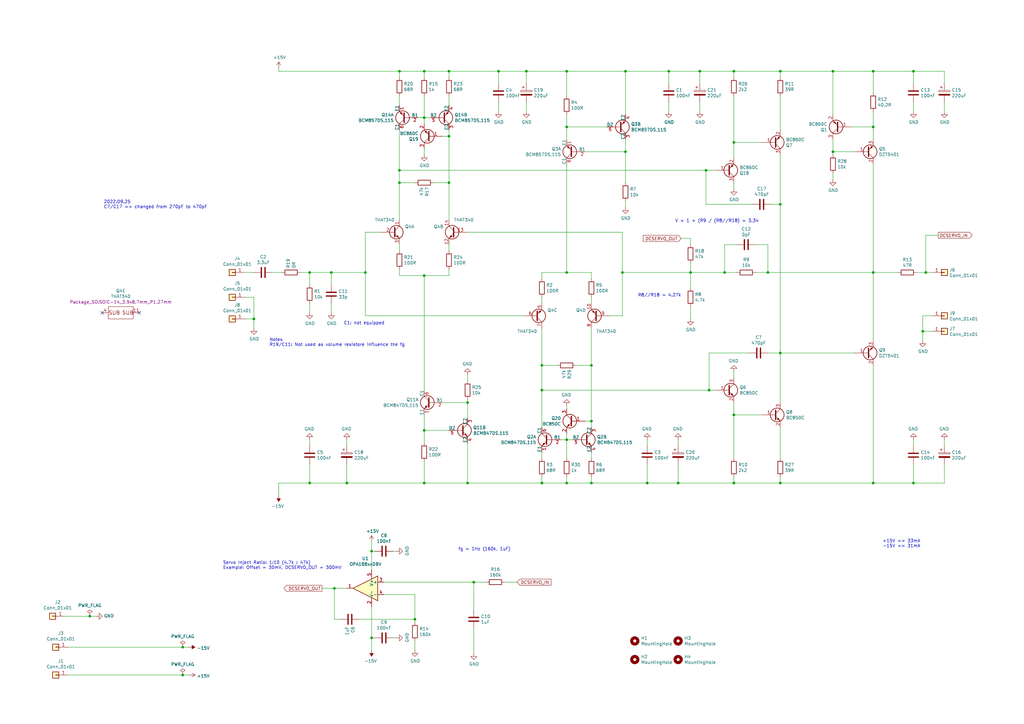
<source format=kicad_sch>
(kicad_sch (version 20211123) (generator eeschema)
  (paper "A3")
  (title_block (title "Discrete Pre-Amp Symetric DC-Servo") (date "2023-01-01") (rev "V4a"))
  (junction (at 191.77 165.1))
  (junction (at 283.21 111.76))
  (junction (at 297.18 111.76))
  (junction (at 163.83 69.85))
  (junction (at 300.99 58.42))
  (junction (at 232.41 198.12))
  (junction (at 137.16 241.3))
  (junction (at 378.46 135.89))
  (junction (at 265.43 198.12))
  (junction (at 222.25 160.02))
  (junction (at 127 111.76))
  (junction (at 256.54 29.21))
  (junction (at 184.15 55.88))
  (junction (at 163.83 74.93))
  (junction (at 149.86 111.76))
  (junction (at 163.83 29.21))
  (junction (at 290.83 160.02))
  (junction (at 242.57 149.86))
  (junction (at 374.65 29.21))
  (junction (at 358.14 111.76))
  (junction (at 242.57 198.12))
  (junction (at 300.99 29.21))
  (junction (at 320.04 144.78))
  (junction (at 358.14 29.21))
  (junction (at 215.9 29.21))
  (junction (at 300.99 198.12))
  (junction (at 341.63 29.21))
  (junction (at 256.54 62.23))
  (junction (at 232.41 180.34))
  (junction (at 173.99 176.53))
  (junction (at 36.83 252.73))
  (junction (at 173.99 48.26))
  (junction (at 152.4 226.06))
  (junction (at 341.63 62.23))
  (junction (at 358.14 52.07))
  (junction (at 320.04 198.12))
  (junction (at 232.41 29.21))
  (junction (at 289.56 69.85))
  (junction (at 320.04 29.21))
  (junction (at 184.15 74.93))
  (junction (at 379.73 111.76))
  (junction (at 222.25 198.12))
  (junction (at 274.32 29.21))
  (junction (at 374.65 198.12))
  (junction (at 152.4 261.62))
  (junction (at 204.47 29.21))
  (junction (at 173.99 198.12))
  (junction (at 135.89 111.76))
  (junction (at 194.31 238.76))
  (junction (at 184.15 29.21))
  (junction (at 242.57 172.72))
  (junction (at 222.25 149.86))
  (junction (at 358.14 198.12))
  (junction (at 191.77 198.12))
  (junction (at 170.18 254))
  (junction (at 232.41 52.07))
  (junction (at 278.13 198.12))
  (junction (at 314.96 111.76))
  (junction (at 74.93 265.43))
  (junction (at 287.02 29.21))
  (junction (at 173.99 29.21))
  (junction (at 232.41 111.76))
  (junction (at 300.99 170.18))
  (junction (at 104.14 130.81))
  (junction (at 173.99 113.03))
  (junction (at 255.27 111.76))
  (junction (at 320.04 83.82))
  (junction (at 74.93 276.86))
  (junction (at 127 198.12))
  (junction (at 142.24 198.12))
  (no_connect (at 57.15 128.27))
  (no_connect (at 41.91 128.27))
  (wire (pts (xy 387.35 198.12) (xy 387.35 190.5)))
  (wire (pts (xy 320.04 83.82) (xy 320.04 144.78)))
  (wire (pts (xy 173.99 63.5) (xy 173.99 60.96)))
  (wire (pts (xy 137.16 254) (xy 137.16 241.3)))
  (wire (pts (xy 287.02 34.29) (xy 287.02 29.21)))
  (wire (pts (xy 163.83 43.18) (xy 163.83 39.37)))
  (wire (pts (xy 135.89 128.27) (xy 135.89 124.46)))
  (wire (pts (xy 297.18 111.76) (xy 302.26 111.76)))
  (wire (pts (xy 74.93 265.43) (xy 77.47 265.43)))
  (wire (pts (xy 358.14 67.31) (xy 358.14 111.76)))
  (wire (pts (xy 163.83 74.93) (xy 163.83 90.17)))
  (wire (pts (xy 358.14 38.1) (xy 358.14 29.21)))
  (wire (pts (xy 387.35 41.91) (xy 387.35 45.72)))
  (wire (pts (xy 139.7 254) (xy 137.16 254)))
  (wire (pts (xy 312.42 58.42) (xy 300.99 58.42)))
  (wire (pts (xy 222.25 187.96) (xy 222.25 185.42)))
  (wire (pts (xy 256.54 62.23) (xy 256.54 57.15)))
  (wire (pts (xy 173.99 31.75) (xy 173.99 29.21)))
  (wire (pts (xy 308.61 83.82) (xy 289.56 83.82)))
  (wire (pts (xy 114.3 29.21) (xy 163.83 29.21)))
  (wire (pts (xy 100.33 111.76) (xy 104.14 111.76)))
  (wire (pts (xy 173.99 48.26) (xy 176.53 48.26)))
  (wire (pts (xy 173.99 29.21) (xy 184.15 29.21)))
  (wire (pts (xy 127 198.12) (xy 142.24 198.12)))
  (wire (pts (xy 255.27 95.25) (xy 255.27 111.76)))
  (wire (pts (xy 234.95 180.34) (xy 232.41 180.34)))
  (wire (pts (xy 293.37 69.85) (xy 289.56 69.85)))
  (wire (pts (xy 191.77 163.83) (xy 191.77 165.1)))
  (wire (pts (xy 184.15 102.87) (xy 184.15 100.33)))
  (wire (pts (xy 26.67 252.73) (xy 36.83 252.73)))
  (wire (pts (xy 341.63 29.21) (xy 358.14 29.21)))
  (wire (pts (xy 184.15 176.53) (xy 173.99 176.53)))
  (wire (pts (xy 173.99 160.02) (xy 173.99 113.03)))
  (wire (pts (xy 184.15 113.03) (xy 184.15 110.49)))
  (wire (pts (xy 256.54 74.93) (xy 256.54 62.23)))
  (wire (pts (xy 170.18 254) (xy 170.18 243.84)))
  (wire (pts (xy 232.41 67.31) (xy 232.41 111.76)))
  (wire (pts (xy 184.15 53.34) (xy 184.15 55.88)))
  (wire (pts (xy 232.41 29.21) (xy 256.54 29.21)))
  (wire (pts (xy 232.41 111.76) (xy 242.57 111.76)))
  (wire (pts (xy 111.76 111.76) (xy 115.57 111.76)))
  (wire (pts (xy 300.99 198.12) (xy 320.04 198.12)))
  (wire (pts (xy 173.99 48.26) (xy 171.45 48.26)))
  (wire (pts (xy 274.32 45.72) (xy 274.32 41.91)))
  (wire (pts (xy 255.27 95.25) (xy 191.77 95.25)))
  (wire (pts (xy 163.83 29.21) (xy 173.99 29.21)))
  (wire (pts (xy 300.99 77.47) (xy 300.99 74.93)))
  (wire (pts (xy 163.83 113.03) (xy 163.83 110.49)))
  (wire (pts (xy 215.9 29.21) (xy 232.41 29.21)))
  (wire (pts (xy 314.96 144.78) (xy 320.04 144.78)))
  (wire (pts (xy 248.92 52.07) (xy 232.41 52.07)))
  (wire (pts (xy 135.89 111.76) (xy 149.86 111.76)))
  (wire (pts (xy 314.96 111.76) (xy 358.14 111.76)))
  (wire (pts (xy 312.42 170.18) (xy 300.99 170.18)))
  (wire (pts (xy 293.37 160.02) (xy 290.83 160.02)))
  (wire (pts (xy 142.24 198.12) (xy 142.24 190.5)))
  (wire (pts (xy 152.4 248.92) (xy 152.4 261.62)))
  (wire (pts (xy 283.21 107.95) (xy 283.21 111.76)))
  (wire (pts (xy 152.4 261.62) (xy 152.4 266.7)))
  (wire (pts (xy 341.63 46.99) (xy 341.63 29.21)))
  (wire (pts (xy 387.35 198.12) (xy 374.65 198.12)))
  (wire (pts (xy 341.63 63.5) (xy 341.63 62.23)))
  (wire (pts (xy 283.21 125.73) (xy 283.21 130.81)))
  (wire (pts (xy 283.21 100.33) (xy 283.21 97.79)))
  (wire (pts (xy 274.32 29.21) (xy 287.02 29.21)))
  (wire (pts (xy 382.27 129.54) (xy 378.46 129.54)))
  (wire (pts (xy 222.25 111.76) (xy 232.41 111.76)))
  (wire (pts (xy 163.83 53.34) (xy 163.83 69.85)))
  (wire (pts (xy 163.83 69.85) (xy 289.56 69.85)))
  (wire (pts (xy 358.14 52.07) (xy 358.14 57.15)))
  (wire (pts (xy 278.13 198.12) (xy 278.13 190.5)))
  (wire (pts (xy 358.14 198.12) (xy 374.65 198.12)))
  (wire (pts (xy 265.43 198.12) (xy 265.43 190.5)))
  (wire (pts (xy 170.18 262.89) (xy 170.18 266.7)))
  (wire (pts (xy 358.14 52.07) (xy 358.14 45.72)))
  (wire (pts (xy 232.41 57.15) (xy 232.41 52.07)))
  (wire (pts (xy 222.25 124.46) (xy 222.25 121.92)))
  (wire (pts (xy 228.6 149.86) (xy 222.25 149.86)))
  (wire (pts (xy 184.15 74.93) (xy 184.15 90.17)))
  (wire (pts (xy 127 198.12) (xy 127 190.5)))
  (wire (pts (xy 163.83 29.21) (xy 163.83 31.75)))
  (wire (pts (xy 358.14 29.21) (xy 374.65 29.21)))
  (wire (pts (xy 300.99 154.94) (xy 300.99 152.4)))
  (wire (pts (xy 316.23 83.82) (xy 320.04 83.82)))
  (wire (pts (xy 378.46 129.54) (xy 378.46 135.89)))
  (wire (pts (xy 173.99 113.03) (xy 163.83 113.03)))
  (wire (pts (xy 232.41 180.34) (xy 232.41 177.8)))
  (wire (pts (xy 379.73 111.76) (xy 382.27 111.76)))
  (wire (pts (xy 104.14 121.92) (xy 100.33 121.92)))
  (wire (pts (xy 320.04 198.12) (xy 358.14 198.12)))
  (wire (pts (xy 309.88 111.76) (xy 314.96 111.76)))
  (wire (pts (xy 184.15 29.21) (xy 204.47 29.21)))
  (wire (pts (xy 242.57 198.12) (xy 242.57 195.58)))
  (wire (pts (xy 222.25 160.02) (xy 290.83 160.02)))
  (wire (pts (xy 255.27 111.76) (xy 255.27 129.54)))
  (wire (pts (xy 320.04 175.26) (xy 320.04 187.96)))
  (wire (pts (xy 157.48 238.76) (xy 194.31 238.76)))
  (wire (pts (xy 173.99 176.53) (xy 173.99 170.18)))
  (wire (pts (xy 163.83 102.87) (xy 163.83 100.33)))
  (wire (pts (xy 191.77 165.1) (xy 191.77 171.45)))
  (wire (pts (xy 222.25 134.62) (xy 222.25 149.86)))
  (wire (pts (xy 142.24 182.88) (xy 142.24 180.34)))
  (wire (pts (xy 309.88 100.33) (xy 314.96 100.33)))
  (wire (pts (xy 149.86 95.25) (xy 149.86 111.76)))
  (wire (pts (xy 379.73 96.52) (xy 379.73 111.76)))
  (wire (pts (xy 256.54 85.09) (xy 256.54 82.55)))
  (wire (pts (xy 222.25 114.3) (xy 222.25 111.76)))
  (wire (pts (xy 184.15 113.03) (xy 173.99 113.03)))
  (wire (pts (xy 153.67 226.06) (xy 152.4 226.06)))
  (wire (pts (xy 127 128.27) (xy 127 124.46)))
  (wire (pts (xy 215.9 41.91) (xy 215.9 45.72)))
  (wire (pts (xy 307.34 144.78) (xy 290.83 144.78)))
  (wire (pts (xy 265.43 182.88) (xy 265.43 180.34)))
  (wire (pts (xy 374.65 198.12) (xy 374.65 190.5)))
  (wire (pts (xy 242.57 134.62) (xy 242.57 149.86)))
  (wire (pts (xy 181.61 165.1) (xy 191.77 165.1)))
  (wire (pts (xy 214.63 129.54) (xy 149.86 129.54)))
  (wire (pts (xy 232.41 187.96) (xy 232.41 180.34)))
  (wire (pts (xy 170.18 243.84) (xy 157.48 243.84)))
  (wire (pts (xy 27.94 276.86) (xy 74.93 276.86)))
  (wire (pts (xy 135.89 116.84) (xy 135.89 111.76)))
  (wire (pts (xy 350.52 144.78) (xy 320.04 144.78)))
  (wire (pts (xy 194.31 238.76) (xy 199.39 238.76)))
  (wire (pts (xy 256.54 29.21) (xy 274.32 29.21)))
  (wire (pts (xy 320.04 144.78) (xy 320.04 165.1)))
  (wire (pts (xy 255.27 111.76) (xy 283.21 111.76)))
  (wire (pts (xy 191.77 156.21) (xy 191.77 153.67)))
  (wire (pts (xy 374.65 34.29) (xy 374.65 29.21)))
  (wire (pts (xy 387.35 34.29) (xy 387.35 29.21)))
  (wire (pts (xy 162.56 261.62) (xy 161.29 261.62)))
  (wire (pts (xy 242.57 124.46) (xy 242.57 121.92)))
  (wire (pts (xy 320.04 198.12) (xy 320.04 195.58)))
  (wire (pts (xy 283.21 111.76) (xy 297.18 111.76)))
  (wire (pts (xy 300.99 31.75) (xy 300.99 29.21)))
  (wire (pts (xy 152.4 222.25) (xy 152.4 226.06)))
  (wire (pts (xy 358.14 111.76) (xy 358.14 139.7)))
  (wire (pts (xy 375.92 111.76) (xy 379.73 111.76)))
  (wire (pts (xy 297.18 100.33) (xy 297.18 111.76)))
  (wire (pts (xy 374.65 182.88) (xy 374.65 180.34)))
  (wire (pts (xy 387.35 29.21) (xy 374.65 29.21)))
  (wire (pts (xy 378.46 139.7) (xy 378.46 135.89)))
  (wire (pts (xy 194.31 267.97) (xy 194.31 257.81)))
  (wire (pts (xy 207.01 238.76) (xy 212.09 238.76)))
  (wire (pts (xy 384.81 96.52) (xy 379.73 96.52)))
  (wire (pts (xy 27.94 265.43) (xy 74.93 265.43)))
  (wire (pts (xy 149.86 95.25) (xy 156.21 95.25)))
  (wire (pts (xy 137.16 241.3) (xy 142.24 241.3)))
  (wire (pts (xy 127 182.88) (xy 127 180.34)))
  (wire (pts (xy 114.3 29.21) (xy 114.3 27.94)))
  (wire (pts (xy 153.67 261.62) (xy 152.4 261.62)))
  (wire (pts (xy 222.25 149.86) (xy 222.25 160.02)))
  (wire (pts (xy 170.18 255.27) (xy 170.18 254)))
  (wire (pts (xy 374.65 45.72) (xy 374.65 41.91)))
  (wire (pts (xy 127 111.76) (xy 135.89 111.76)))
  (wire (pts (xy 215.9 34.29) (xy 215.9 29.21)))
  (wire (pts (xy 132.08 241.3) (xy 137.16 241.3)))
  (wire (pts (xy 287.02 41.91) (xy 287.02 45.72)))
  (wire (pts (xy 232.41 52.07) (xy 232.41 46.99)))
  (wire (pts (xy 289.56 69.85) (xy 289.56 83.82)))
  (wire (pts (xy 184.15 29.21) (xy 184.15 31.75)))
  (wire (pts (xy 358.14 149.86) (xy 358.14 198.12)))
  (wire (pts (xy 204.47 34.29) (xy 204.47 29.21)))
  (wire (pts (xy 387.35 182.88) (xy 387.35 180.34)))
  (wire (pts (xy 300.99 195.58) (xy 300.99 198.12)))
  (wire (pts (xy 173.99 39.37) (xy 173.99 48.26)))
  (wire (pts (xy 290.83 144.78) (xy 290.83 160.02)))
  (wire (pts (xy 278.13 182.88) (xy 278.13 180.34)))
  (wire (pts (xy 204.47 29.21) (xy 215.9 29.21)))
  (wire (pts (xy 162.56 226.06) (xy 161.29 226.06)))
  (wire (pts (xy 283.21 111.76) (xy 283.21 118.11)))
  (wire (pts (xy 300.99 170.18) (xy 300.99 165.1)))
  (wire (pts (xy 242.57 198.12) (xy 265.43 198.12)))
  (wire (pts (xy 320.04 39.37) (xy 320.04 53.34)))
  (wire (pts (xy 149.86 111.76) (xy 149.86 129.54)))
  (wire (pts (xy 152.4 226.06) (xy 152.4 233.68)))
  (wire (pts (xy 163.83 69.85) (xy 163.83 74.93)))
  (wire (pts (xy 278.13 198.12) (xy 300.99 198.12)))
  (wire (pts (xy 242.57 172.72) (xy 242.57 175.26)))
  (wire (pts (xy 142.24 198.12) (xy 173.99 198.12)))
  (wire (pts (xy 114.3 198.12) (xy 127 198.12)))
  (wire (pts (xy 341.63 62.23) (xy 341.63 57.15)))
  (wire (pts (xy 232.41 198.12) (xy 222.25 198.12)))
  (wire (pts (xy 300.99 170.18) (xy 300.99 187.96)))
  (wire (pts (xy 170.18 74.93) (xy 163.83 74.93)))
  (wire (pts (xy 302.26 100.33) (xy 297.18 100.33)))
  (wire (pts (xy 358.14 52.07) (xy 349.25 52.07)))
  (wire (pts (xy 184.15 43.18) (xy 184.15 39.37)))
  (wire (pts (xy 283.21 97.79) (xy 279.4 97.79)))
  (wire (pts (xy 350.52 62.23) (xy 341.63 62.23)))
  (wire (pts (xy 123.19 111.76) (xy 127 111.76)))
  (wire (pts (xy 191.77 181.61) (xy 191.77 198.12)))
  (wire (pts (xy 287.02 29.21) (xy 300.99 29.21)))
  (wire (pts (xy 222.25 160.02) (xy 222.25 175.26)))
  (wire (pts (xy 177.8 74.93) (xy 184.15 74.93)))
  (wire (pts (xy 250.19 129.54) (xy 255.27 129.54)))
  (wire (pts (xy 222.25 198.12) (xy 222.25 195.58)))
  (wire (pts (xy 127 111.76) (xy 127 116.84)))
  (wire (pts (xy 36.83 252.73) (xy 39.37 252.73)))
  (wire (pts (xy 184.15 55.88) (xy 184.15 74.93)))
  (wire (pts (xy 300.99 39.37) (xy 300.99 58.42)))
  (wire (pts (xy 242.57 172.72) (xy 240.03 172.72)))
  (wire (pts (xy 232.41 167.64) (xy 232.41 166.37)))
  (wire (pts (xy 104.14 121.92) (xy 104.14 130.81)))
  (wire (pts (xy 320.04 31.75) (xy 320.04 29.21)))
  (wire (pts (xy 100.33 130.81) (xy 104.14 130.81)))
  (wire (pts (xy 274.32 34.29) (xy 274.32 29.21)))
  (wire (pts (xy 74.93 276.86) (xy 77.47 276.86)))
  (wire (pts (xy 173.99 189.23) (xy 173.99 198.12)))
  (wire (pts (xy 240.03 62.23) (xy 256.54 62.23)))
  (wire (pts (xy 242.57 187.96) (xy 242.57 185.42)))
  (wire (pts (xy 194.31 250.19) (xy 194.31 238.76)))
  (wire (pts (xy 236.22 149.86) (xy 242.57 149.86)))
  (wire (pts (xy 314.96 100.33) (xy 314.96 111.76)))
  (wire (pts (xy 382.27 135.89) (xy 378.46 135.89)))
  (wire (pts (xy 204.47 45.72) (xy 204.47 41.91)))
  (wire (pts (xy 173.99 50.8) (xy 173.99 48.26)))
  (wire (pts (xy 265.43 198.12) (xy 278.13 198.12)))
  (wire (pts (xy 341.63 73.66) (xy 341.63 71.12)))
  (wire (pts (xy 242.57 198.12) (xy 232.41 198.12)))
  (wire (pts (xy 242.57 114.3) (xy 242.57 111.76)))
  (wire (pts (xy 232.41 39.37) (xy 232.41 29.21)))
  (wire (pts (xy 242.57 149.86) (xy 242.57 172.72)))
  (wire (pts (xy 320.04 63.5) (xy 320.04 83.82)))
  (wire (pts (xy 173.99 198.12) (xy 191.77 198.12)))
  (wire (pts (xy 320.04 29.21) (xy 341.63 29.21)))
  (wire (pts (xy 147.32 254) (xy 170.18 254)))
  (wire (pts (xy 114.3 203.2) (xy 114.3 198.12)))
  (wire (pts (xy 232.41 180.34) (xy 229.87 180.34)))
  (wire (pts (xy 232.41 195.58) (xy 232.41 198.12)))
  (wire (pts (xy 358.14 111.76) (xy 368.3 111.76)))
  (wire (pts (xy 320.04 29.21) (xy 300.99 29.21)))
  (wire (pts (xy 256.54 46.99) (xy 256.54 29.21)))
  (wire (pts (xy 181.61 55.88) (xy 184.15 55.88)))
  (wire (pts (xy 173.99 181.61) (xy 173.99 176.53)))
  (wire (pts (xy 104.14 130.81) (xy 104.14 134.62)))
  (wire (pts (xy 300.99 58.42) (xy 300.99 64.77)))
  (wire (pts (xy 191.77 198.12) (xy 222.25 198.12)))
  (text "R8//R18 = 4.27k" (at 261.62 121.92 0) (effects (font (size 1.27 1.27)) (justify left bottom)))
  (text "C1: not equipped" (at 140.97 133.35 0) (effects (font (size 1.27 1.27)) (justify left bottom)))
  (text "2022.09.25\nC7/C17 => changed from 270pF to 470pF" (at 42.545 85.725 0) (effects (font (size 1.27 1.27)) (justify left bottom)))
  (text "V = 1 + (R9 / (R8//R18) = 3.34" (at 276.86 91.44 0) (effects (font (size 1.27 1.27)) (justify left bottom)))
  (text "+15V => 33mA\n-15V => 31mA" (at 361.95 224.79 0) (effects (font (size 1.27 1.27)) (justify left bottom)))
  (text "Notes\nR19/C11: Not used as volume resistore influence the fg" (at 110.49 142.24 0) (effects (font (size 1.27 1.27)) (justify left bottom)))
  (text "fg = 1Hz (160k, 1uF)" (at 187.96 226.06 0) (effects (font (size 1.27 1.27)) (justify left bottom)))
  (text "Servo Inject Ratio: 1:10 (4.7k : 47k)\nExample: Offset = 30mV, DCSERVO_OUT = 300mV" (at 91.44 233.68 0) (effects (font (size 1.27 1.27)) (justify left bottom)))
  (global_label "DCSERVO_IN" (shape input) (at 212.09 238.76 0) (property "Intersheet References" "${INTERSHEET_REFS}" (effects hide)))
  (global_label "DCSERVO_OUT" (shape input) (at 279.4 97.79 180) (property "Intersheet References" "${INTERSHEET_REFS}" (effects hide)))
  (global_label "DCSERVO_IN" (shape output) (at 384.81 96.52 0) (property "Intersheet References" "${INTERSHEET_REFS}" (effects hide)))
  (global_label "DCSERVO_OUT" (shape output) (at 132.08 241.3 180) (property "Intersheet References" "${INTERSHEET_REFS}" (effects hide)))
  (symbol (lib_id "Device:R") (at 242.57 191.77 0) (unit 1)
    (property "Reference" "R6" (at 244.348 190.6016 0) (effects (justify left)))
    (property "Value" "68R" (at 244.348 192.913 0) (effects (justify left)))
    (property "Footprint" "Resistor_SMD:R_0805_2012Metric_Pad1.20x1.40mm_HandSolder" (effects hide))
  )
  (symbol (lib_id "Device:C") (at 107.95 111.76 270) (unit 1)
    (property "Reference" "C2" (at 107.95 105.3592 90))
    (property "Value" "3.3uF" (at 107.95 107.6706 90))
    (property "Footprint" "Capacitor_THT:C_Rect_L7.2mm_W7.2mm_P5.00mm_FKS2_FKP2_MKS2_MKP2" (effects hide))
  )
  (symbol (lib_id "power:GND") (at 127 128.27 0) (unit 1)
    (property "Reference" "#PWR09" (effects hide))
    (property "Value" "GND" (at 127.127 132.6642 0))
  )
  (symbol (lib_id "Device:R") (at 222.25 191.77 0) (unit 1)
    (property "Reference" "R3" (at 224.028 190.6016 0) (effects (justify left)))
    (property "Value" "68R" (at 224.028 192.913 0) (effects (justify left)))
    (property "Footprint" "Resistor_SMD:R_0805_2012Metric_Pad1.20x1.40mm_HandSolder" (effects hide))
  )
  (symbol (lib_id "Device:R") (at 127 120.65 0) (unit 1)
    (property "Reference" "R1" (at 128.778 119.4816 0) (effects (justify left)))
    (property "Value" "10k" (at 128.778 121.793 0) (effects (justify left)))
    (property "Footprint" "Resistor_SMD:R_0805_2012Metric_Pad1.20x1.40mm_HandSolder" (effects hide))
  )
  (symbol (lib_id "Device:R") (at 283.21 121.92 0) (unit 1)
    (property "Reference" "R8" (at 284.988 120.7516 0) (effects (justify left)))
    (property "Value" "4.7k" (at 284.988 123.063 0) (effects (justify left)))
    (property "Footprint" "Resistor_SMD:R_0805_2012Metric_Pad1.20x1.40mm_HandSolder" (effects hide))
  )
  (symbol (lib_id "Device:R") (at 306.07 111.76 270) (unit 1)
    (property "Reference" "R9" (at 306.07 106.5022 90))
    (property "Value" "10k" (at 306.07 108.8136 90))
    (property "Footprint" "Resistor_SMD:R_0805_2012Metric_Pad1.20x1.40mm_HandSolder" (effects hide))
  )
  (symbol (lib_id "Device:R") (at 222.25 118.11 0) (unit 1)
    (property "Reference" "R2" (at 224.028 116.9416 0) (effects (justify left)))
    (property "Value" "100R" (at 224.028 119.253 0) (effects (justify left)))
    (property "Footprint" "Resistor_SMD:R_0805_2012Metric_Pad1.20x1.40mm_HandSolder" (effects hide))
  )
  (symbol (lib_id "Device:R") (at 242.57 118.11 0) (unit 1)
    (property "Reference" "R5" (at 244.348 116.9416 0) (effects (justify left)))
    (property "Value" "100R" (at 244.348 119.253 0) (effects (justify left)))
    (property "Footprint" "Resistor_SMD:R_0805_2012Metric_Pad1.20x1.40mm_HandSolder" (effects hide))
  )
  (symbol (lib_id "Device:R") (at 232.41 43.18 0) (unit 1)
    (property "Reference" "R4" (at 234.188 42.0116 0) (effects (justify left)))
    (property "Value" "100R" (at 234.188 44.323 0) (effects (justify left)))
    (property "Footprint" "Resistor_SMD:R_0805_2012Metric_Pad1.20x1.40mm_HandSolder" (effects hide))
  )
  (symbol (lib_id "Device:R") (at 256.54 78.74 0) (unit 1)
    (property "Reference" "R7" (at 258.318 77.5716 0) (effects (justify left)))
    (property "Value" "10k" (at 258.318 79.883 0) (effects (justify left)))
    (property "Footprint" "Resistor_SMD:R_0805_2012Metric_Pad1.20x1.40mm_HandSolder" (effects hide))
  )
  (symbol (lib_id "Transistor_BJT:BC860") (at 317.5 58.42 0) (mirror x) (unit 1)
    (property "Reference" "Q7" (at 322.3514 59.5884 0) (effects (justify left)))
    (property "Value" "BC860C" (at 322.3514 57.277 0) (effects (justify left)))
    (property "Footprint" "Package_TO_SOT_SMD:SOT-23" (effects hide))
    (property "Datasheet" "http://www.infineon.com/dgdl/Infineon-BC857SERIES_BC858SERIES_BC859SERIES_BC860SERIES-DS-v01_01-en.pdf?fileId=db3a304314dca389011541da0e3a1661" (effects hide))
  )
  (symbol (lib_id "Device:R") (at 320.04 35.56 0) (unit 1)
    (property "Reference" "R11" (at 321.818 34.3916 0) (effects (justify left)))
    (property "Value" "39R" (at 321.818 36.703 0) (effects (justify left)))
    (property "Footprint" "Resistor_SMD:R_0805_2012Metric_Pad1.20x1.40mm_HandSolder" (effects hide))
  )
  (symbol (lib_id "Device:R") (at 358.14 41.91 0) (unit 1)
    (property "Reference" "R12" (at 359.918 40.7416 0) (effects (justify left)))
    (property "Value" "40.2R" (at 359.918 43.053 0) (effects (justify left)))
    (property "Footprint" "Resistor_SMD:R_0805_2012Metric_Pad1.20x1.40mm_HandSolder" (effects hide))
  )
  (symbol (lib_id "Transistor_BJT:BC850") (at 298.45 160.02 0) (unit 1)
    (property "Reference" "Q6" (at 303.3014 158.8516 0) (effects (justify left)))
    (property "Value" "BC850C" (at 303.3014 161.163 0) (effects (justify left)))
    (property "Footprint" "Package_TO_SOT_SMD:SOT-23" (effects hide))
    (property "Datasheet" "http://www.infineon.com/dgdl/Infineon-BC847SERIES_BC848SERIES_BC849SERIES_BC850SERIES-DS-v01_01-en.pdf?fileId=db3a304314dca389011541d4630a1657" (effects hide))
  )
  (symbol (lib_id "Transistor_BJT:BC850") (at 317.5 170.18 0) (unit 1)
    (property "Reference" "Q8" (at 322.3514 169.0116 0) (effects (justify left)))
    (property "Value" "BC850C" (at 322.3514 171.323 0) (effects (justify left)))
    (property "Footprint" "Package_TO_SOT_SMD:SOT-23" (effects hide))
    (property "Datasheet" "http://www.infineon.com/dgdl/Infineon-BC847SERIES_BC848SERIES_BC849SERIES_BC850SERIES-DS-v01_01-en.pdf?fileId=db3a304314dca389011541d4630a1657" (effects hide))
  )
  (symbol (lib_id "Device:R") (at 300.99 191.77 0) (unit 1)
    (property "Reference" "R10" (at 302.768 190.6016 0) (effects (justify left)))
    (property "Value" "2k2" (at 302.768 192.913 0) (effects (justify left)))
    (property "Footprint" "Resistor_SMD:R_0805_2012Metric_Pad1.20x1.40mm_HandSolder" (effects hide))
  )
  (symbol (lib_id "power:GND") (at 283.21 130.81 0) (unit 1)
    (property "Reference" "#PWR013" (effects hide))
    (property "Value" "GND" (at 283.337 135.2042 0))
  )
  (symbol (lib_id "Device:C") (at 311.15 144.78 270) (unit 1)
    (property "Reference" "C7" (at 311.15 138.3792 90))
    (property "Value" "470pF" (at 311.15 140.6906 90))
    (property "Footprint" "Capacitor_SMD:C_0805_2012Metric_Pad1.18x1.45mm_HandSolder" (effects hide))
  )
  (symbol (lib_id "power:GND") (at 300.99 152.4 180) (unit 1)
    (property "Reference" "#PWR014" (effects hide))
    (property "Value" "GND" (at 300.863 148.0058 0))
  )
  (symbol (lib_id "power:GND") (at 104.14 134.62 0) (unit 1)
    (property "Reference" "#PWR04" (effects hide))
    (property "Value" "GND" (at 104.267 139.0142 0))
  )
  (symbol (lib_id "Mechanical:MountingHole") (at 260.35 262.89 0) (unit 1)
    (property "Reference" "H1" (at 262.89 261.7216 0) (effects (justify left)))
    (property "Value" "MountingHole" (at 262.89 264.033 0) (effects (justify left)))
    (property "Footprint" "MountingHole:MountingHole_3.2mm_M3" (effects hide))
  )
  (symbol (lib_id "Mechanical:MountingHole") (at 278.13 262.89 0) (unit 1)
    (property "Reference" "H3" (at 280.67 261.7216 0) (effects (justify left)))
    (property "Value" "MountingHole" (at 280.67 264.033 0) (effects (justify left)))
    (property "Footprint" "MountingHole:MountingHole_3.2mm_M3" (effects hide))
  )
  (symbol (lib_id "Mechanical:MountingHole") (at 260.35 270.51 0) (unit 1)
    (property "Reference" "H2" (at 262.89 269.3416 0) (effects (justify left)))
    (property "Value" "MountingHole" (at 262.89 271.653 0) (effects (justify left)))
    (property "Footprint" "MountingHole:MountingHole_3.2mm_M3" (effects hide))
  )
  (symbol (lib_id "Mechanical:MountingHole") (at 278.13 270.51 0) (unit 1)
    (property "Reference" "H4" (at 280.67 269.3416 0) (effects (justify left)))
    (property "Value" "MountingHole" (at 280.67 271.653 0) (effects (justify left)))
    (property "Footprint" "MountingHole:MountingHole_3.2mm_M3" (effects hide))
  )
  (symbol (lib_id "Connector_Generic:Conn_01x01") (at 95.25 111.76 180) (unit 1)
    (property "Reference" "J4" (at 97.3328 106.045 0))
    (property "Value" "Conn_01x01" (at 97.3328 108.3564 0))
    (property "Footprint" "Connector_Pin:Pin_D1.0mm_L10.0mm" (effects hide))
  )
  (symbol (lib_id "Connector_Generic:Conn_01x01") (at 95.25 121.92 180) (unit 1)
    (property "Reference" "J5" (at 97.3328 116.205 0))
    (property "Value" "Conn_01x01" (at 97.3328 118.5164 0))
    (property "Footprint" "Connector_Pin:Pin_D1.0mm_L10.0mm" (effects hide))
  )
  (symbol (lib_id "power:GND") (at 256.54 85.09 0) (unit 1)
    (property "Reference" "#PWR012" (effects hide))
    (property "Value" "GND" (at 256.667 89.4842 0))
  )
  (symbol (lib_id "power:+15V") (at 114.3 27.94 0) (unit 1)
    (property "Reference" "#PWR05" (effects hide))
    (property "Value" "+15V" (at 114.681 23.5458 0))
  )
  (symbol (lib_id "power:-15V") (at 114.3 203.2 180) (unit 1)
    (property "Reference" "#PWR08" (effects hide))
    (property "Value" "-15V" (at 113.919 207.5942 0))
  )
  (symbol (lib_id "Connector_Generic:Conn_01x01") (at 387.35 111.76 0) (unit 1)
    (property "Reference" "J6" (at 389.382 110.6932 0) (effects (justify left)))
    (property "Value" "Conn_01x01" (at 389.382 113.0046 0) (effects (justify left)))
    (property "Footprint" "Connector_Pin:Pin_D1.0mm_L10.0mm" (effects hide))
  )
  (symbol (lib_id "Connector_Generic:Conn_01x01") (at 387.35 135.89 0) (unit 1)
    (property "Reference" "J7" (at 389.382 134.8232 0) (effects (justify left)))
    (property "Value" "Conn_01x01" (at 389.382 137.1346 0) (effects (justify left)))
    (property "Footprint" "Connector_Pin:Pin_D1.0mm_L10.0mm" (effects hide))
  )
  (symbol (lib_id "Connector_Generic:Conn_01x01") (at 22.86 276.86 180) (unit 1)
    (property "Reference" "J1" (at 24.9428 271.145 0))
    (property "Value" "Conn_01x01" (at 24.9428 273.4564 0))
    (property "Footprint" "Connector_Pin:Pin_D1.0mm_L10.0mm" (effects hide))
  )
  (symbol (lib_id "Connector_Generic:Conn_01x01") (at 21.59 252.73 180) (unit 1)
    (property "Reference" "J2" (at 23.6728 247.015 0))
    (property "Value" "Conn_01x01" (at 23.6728 249.3264 0))
    (property "Footprint" "Connector_Pin:Pin_D1.0mm_L10.0mm" (effects hide))
  )
  (symbol (lib_id "Connector_Generic:Conn_01x01") (at 22.86 265.43 180) (unit 1)
    (property "Reference" "J3" (at 24.9428 259.715 0))
    (property "Value" "Conn_01x01" (at 24.9428 262.0264 0))
    (property "Footprint" "Connector_Pin:Pin_D1.0mm_L10.0mm" (effects hide))
  )
  (symbol (lib_id "power:GND") (at 39.37 252.73 90) (unit 1)
    (property "Reference" "#PWR02" (effects hide))
    (property "Value" "GND" (at 42.6212 252.603 90) (effects (justify right)))
  )
  (symbol (lib_id "power:+15V") (at 77.47 276.86 270) (unit 1)
    (property "Reference" "#PWR01" (effects hide))
    (property "Value" "+15V" (at 80.7212 277.241 90) (effects (justify left)))
  )
  (symbol (lib_id "Device:C") (at 127 186.69 180) (unit 1)
    (property "Reference" "C5" (at 129.921 185.5216 0) (effects (justify right)))
    (property "Value" "100nF" (at 129.921 187.833 0) (effects (justify right)))
    (property "Footprint" "Capacitor_SMD:C_1210_3225Metric_Pad1.33x2.70mm_HandSolder" (effects hide))
  )
  (symbol (lib_id "power:GND") (at 127 180.34 180) (unit 1)
    (property "Reference" "#PWR011" (effects hide))
    (property "Value" "GND" (at 126.873 175.9458 0))
  )
  (symbol (lib_id "Device:R") (at 372.11 111.76 270) (unit 1)
    (property "Reference" "R13" (at 372.11 106.5022 90))
    (property "Value" "47R" (at 372.11 108.8136 90))
    (property "Footprint" "Resistor_SMD:R_0805_2012Metric_Pad1.20x1.40mm_HandSolder" (effects hide))
  )
  (symbol (lib_id "Device:C") (at 204.47 38.1 180) (unit 1)
    (property "Reference" "C4" (at 207.391 36.9316 0) (effects (justify right)))
    (property "Value" "100nF" (at 207.391 39.243 0) (effects (justify right)))
    (property "Footprint" "Capacitor_SMD:C_1210_3225Metric_Pad1.33x2.70mm_HandSolder" (effects hide))
  )
  (symbol (lib_id "power:GND") (at 204.47 45.72 0) (unit 1)
    (property "Reference" "#PWR010" (effects hide))
    (property "Value" "GND" (at 204.597 50.1142 0))
  )
  (symbol (lib_id "power:GND") (at 378.46 139.7 0) (unit 1)
    (property "Reference" "#PWR015" (effects hide))
    (property "Value" "GND" (at 378.587 144.0942 0))
  )
  (symbol (lib_id "power:-15V") (at 77.47 265.43 270) (unit 1)
    (property "Reference" "#PWR0101" (effects hide))
    (property "Value" "-15V" (at 80.7212 265.811 90) (effects (justify left)))
  )
  (symbol (lib_id "power:PWR_FLAG") (at 36.83 252.73 0) (unit 1)
    (property "Reference" "#FLG0101" (effects hide))
    (property "Value" "PWR_FLAG" (at 36.83 248.3358 0))
  )
  (symbol (lib_id "power:PWR_FLAG") (at 74.93 265.43 0) (unit 1)
    (property "Reference" "#FLG0103" (effects hide))
    (property "Value" "PWR_FLAG" (at 74.93 261.0358 0))
  )
  (symbol (lib_id "Device:C") (at 306.07 100.33 270) (unit 1)
    (property "Reference" "C12" (at 306.07 93.9292 90))
    (property "Value" "0pF" (at 306.07 96.2406 90))
    (property "Footprint" "Capacitor_SMD:C_0805_2012Metric_Pad1.18x1.45mm_HandSolder" (effects hide))
  )
  (symbol (lib_id "Device:C") (at 374.65 38.1 180) (unit 1)
    (property "Reference" "C13" (at 377.571 36.9316 0) (effects (justify right)))
    (property "Value" "100nF" (at 377.571 39.243 0) (effects (justify right)))
    (property "Footprint" "Capacitor_SMD:C_1210_3225Metric_Pad1.33x2.70mm_HandSolder" (effects hide))
  )
  (symbol (lib_id "Device:C") (at 374.65 186.69 180) (unit 1)
    (property "Reference" "C14" (at 377.571 185.5216 0) (effects (justify right)))
    (property "Value" "100nF" (at 377.571 187.833 0) (effects (justify right)))
    (property "Footprint" "Capacitor_SMD:C_1210_3225Metric_Pad1.33x2.70mm_HandSolder" (effects hide))
  )
  (symbol (lib_id "power:GND") (at 374.65 180.34 180) (unit 1)
    (property "Reference" "#PWR018" (effects hide))
    (property "Value" "GND" (at 374.523 175.9458 0))
  )
  (symbol (lib_id "power:GND") (at 374.65 45.72 0) (unit 1)
    (property "Reference" "#PWR017" (effects hide))
    (property "Value" "GND" (at 374.777 50.1142 0))
  )
  (symbol (lib_id "Device:C_Polarized") (at 387.35 38.1 0) (unit 1)
    (property "Reference" "C15" (at 390.3472 36.9316 0) (effects (justify left)))
    (property "Value" "220uF" (at 390.3472 39.243 0) (effects (justify left)))
    (property "Footprint" "Capacitor_THT:CP_Radial_D8.0mm_P3.50mm" (effects hide))
  )
  (symbol (lib_id "power:GND") (at 387.35 45.72 0) (unit 1)
    (property "Reference" "#PWR019" (effects hide))
    (property "Value" "GND" (at 387.477 50.1142 0))
  )
  (symbol (lib_id "Device:C_Polarized") (at 387.35 186.69 0) (unit 1)
    (property "Reference" "C16" (at 390.3472 185.5216 0) (effects (justify left)))
    (property "Value" "220uF" (at 390.3472 187.833 0) (effects (justify left)))
    (property "Footprint" "Capacitor_THT:CP_Radial_D8.0mm_P3.50mm" (effects hide))
  )
  (symbol (lib_id "power:GND") (at 387.35 180.34 180) (unit 1)
    (property "Reference" "#PWR020" (effects hide))
    (property "Value" "GND" (at 387.223 175.9458 0))
  )
  (symbol (lib_id "kicad-snk:BCM847DS,115") (at 176.53 165.1 0) (mirror y) (unit 1)
    (property "Reference" "Q11" (at 171.6786 163.9316 0) (effects (justify left)))
    (property "Value" "BCM847DS,115" (at 171.6786 166.243 0) (effects (justify left)))
    (property "Footprint" "Package_SO:SC-74-6_1.5x2.9mm_P0.95mm" (effects hide))
    (property "Datasheet" "https://www.analog.com/media/en/technical-documentation/obsolete-data-sheets/SSM2210.pdf" (effects hide))
  )
  (symbol (lib_id "kicad-snk:BCM847DS,115") (at 189.23 176.53 0) (unit 2)
    (property "Reference" "Q11" (at 194.056 175.3616 0) (effects (justify left)))
    (property "Value" "BCM847DS,115" (at 194.056 177.673 0) (effects (justify left)))
    (property "Footprint" "Package_SO:SC-74-6_1.5x2.9mm_P0.95mm" (effects hide))
    (property "Datasheet" "https://www.analog.com/media/en/technical-documentation/obsolete-data-sheets/SSM2210.pdf" (effects hide))
  )
  (symbol (lib_id "power:PWR_FLAG") (at 74.93 276.86 0) (unit 1)
    (property "Reference" "#FLG01" (effects hide))
    (property "Value" "PWR_FLAG" (at 74.93 272.4658 0))
  )
  (symbol (lib_id "kicad-snk:BCM857DS,115") (at 254 52.07 0) (mirror x) (unit 2)
    (property "Reference" "Q3" (at 258.826 50.9016 0) (effects (justify left)))
    (property "Value" "BCM857DS,115" (at 258.826 53.213 0) (effects (justify left)))
    (property "Footprint" "Package_SO:SC-74-6_1.5x2.9mm_P0.95mm" (effects hide))
    (property "Datasheet" "https://www.analog.com/media/en/technical-documentation/data-sheets/SSM2220.pdf" (effects hide))
  )
  (symbol (lib_id "kicad-snk:BCM857DS,115") (at 234.95 62.23 180) (unit 1)
    (property "Reference" "Q3" (at 230.0986 61.0616 0) (effects (justify left)))
    (property "Value" "BCM857DS,115" (at 230.0986 63.373 0) (effects (justify left)))
    (property "Footprint" "Package_SO:SC-74-6_1.5x2.9mm_P0.95mm" (effects hide))
    (property "Datasheet" "https://www.analog.com/media/en/technical-documentation/data-sheets/SSM2220.pdf" (effects hide))
  )
  (symbol (lib_id "kicad-snk:BCM857DS,115") (at 166.37 48.26 180) (unit 1)
    (property "Reference" "Q14" (at 161.5186 47.0916 0) (effects (justify left)))
    (property "Value" "BCM857DS,115" (at 161.5186 49.403 0) (effects (justify left)))
    (property "Footprint" "Package_SO:SC-74-6_1.5x2.9mm_P0.95mm" (effects hide))
    (property "Datasheet" "https://www.analog.com/media/en/technical-documentation/data-sheets/SSM2220.pdf" (effects hide))
  )
  (symbol (lib_id "kicad-snk:BCM857DS,115") (at 181.61 48.26 0) (mirror x) (unit 2)
    (property "Reference" "Q14" (at 186.436 47.0916 0) (effects (justify left)))
    (property "Value" "BCM857DS,115" (at 186.436 49.403 0) (effects (justify left)))
    (property "Footprint" "Package_SO:SC-74-6_1.5x2.9mm_P0.95mm" (effects hide))
    (property "Datasheet" "https://www.analog.com/media/en/technical-documentation/data-sheets/SSM2220.pdf" (effects hide))
  )
  (symbol (lib_id "kicad-snk:THAT340") (at 161.29 95.25 0) (unit 1)
    (property "Reference" "Q4" (at 166.116 92.9386 0) (effects (justify left)))
    (property "Value" "THAT340" (at 153.67 90.17 0) (effects (justify left)))
    (property "Footprint" "Package_SO:SOIC-14_3.9x8.7mm_P1.27mm" (effects hide))
    (property "Datasheet" "http://www.thatcorp.com/datashts/THAT_300-Series_Datasheet.pdf" (effects hide))
  )
  (symbol (lib_id "kicad-snk:THAT340") (at 186.69 95.25 0) (mirror y) (unit 2)
    (property "Reference" "Q4" (at 181.8894 92.9386 0) (effects (justify left)))
    (property "Value" "THAT340" (at 194.31 90.17 0) (effects (justify left)))
    (property "Footprint" "Package_SO:SOIC-14_3.9x8.7mm_P1.27mm" (effects hide))
    (property "Datasheet" "http://www.thatcorp.com/datashts/THAT_300-Series_Datasheet.pdf" (effects hide))
  )
  (symbol (lib_id "kicad-snk:THAT340") (at 219.71 129.54 0) (unit 3)
    (property "Reference" "Q4" (at 224.536 127.2286 0) (effects (justify left)))
    (property "Value" "THAT340" (at 212.09 135.89 0) (effects (justify left)))
    (property "Footprint" "Package_SO:SOIC-14_3.9x8.7mm_P1.27mm" (effects hide))
    (property "Datasheet" "http://www.thatcorp.com/datashts/THAT_300-Series_Datasheet.pdf" (effects hide))
  )
  (symbol (lib_id "kicad-snk:THAT340") (at 245.11 129.54 0) (mirror y) (unit 4)
    (property "Reference" "Q4" (at 240.3094 127.2286 0) (effects (justify left)))
    (property "Value" "THAT340" (at 252.73 135.89 0) (effects (justify left)))
    (property "Footprint" "Package_SO:SOIC-14_3.9x8.7mm_P1.27mm" (effects hide))
    (property "Datasheet" "http://www.thatcorp.com/datashts/THAT_300-Series_Datasheet.pdf" (effects hide))
  )
  (symbol (lib_id "kicad-snk:THAT340") (at 49.53 128.27 0) (unit 5)
    (property "Reference" "Q4" (at 49.53 119.253 0))
    (property "Value" "THAT340" (at 49.53 121.5644 0))
    (property "Footprint" "Package_SO:SOIC-14_3.9x8.7mm_P1.27mm" (at 49.53 123.8758 0))
    (property "Datasheet" "http://www.thatcorp.com/datashts/THAT_300-Series_Datasheet.pdf" (effects hide))
  )
  (symbol (lib_id "kicad-snk:BCM847DS,115") (at 224.79 180.34 0) (mirror y) (unit 1)
    (property "Reference" "Q2" (at 219.9386 179.1716 0) (effects (justify left)))
    (property "Value" "BCM847DS,115" (at 219.9386 181.483 0) (effects (justify left)))
    (property "Footprint" "Package_SO:SC-74-6_1.5x2.9mm_P0.95mm" (effects hide))
    (property "Datasheet" "https://www.analog.com/media/en/technical-documentation/obsolete-data-sheets/SSM2210.pdf" (effects hide))
  )
  (symbol (lib_id "kicad-snk:BCM847DS,115") (at 240.03 180.34 0) (unit 2)
    (property "Reference" "Q2" (at 244.856 179.1716 0) (effects (justify left)))
    (property "Value" "BCM847DS,115" (at 244.856 181.483 0) (effects (justify left)))
    (property "Footprint" "Package_SO:SC-74-6_1.5x2.9mm_P0.95mm" (effects hide))
    (property "Datasheet" "https://www.analog.com/media/en/technical-documentation/obsolete-data-sheets/SSM2210.pdf" (effects hide))
  )
  (symbol (lib_id "Device:R") (at 341.63 67.31 0) (unit 1)
    (property "Reference" "R28" (at 343.408 66.1416 0) (effects (justify left)))
    (property "Value" "10k" (at 343.408 68.453 0) (effects (justify left)))
    (property "Footprint" "Resistor_SMD:R_0805_2012Metric_Pad1.20x1.40mm_HandSolder" (effects hide))
  )
  (symbol (lib_id "power:GND") (at 341.63 73.66 0) (unit 1)
    (property "Reference" "#PWR0102" (effects hide))
    (property "Value" "GND" (at 341.757 78.0542 0))
  )
  (symbol (lib_id "Device:R") (at 320.04 191.77 0) (unit 1)
    (property "Reference" "R27" (at 321.818 190.6016 0) (effects (justify left)))
    (property "Value" "39R" (at 321.818 192.913 0) (effects (justify left)))
    (property "Footprint" "Resistor_SMD:R_0805_2012Metric_Pad1.20x1.40mm_HandSolder" (effects hide))
  )
  (symbol (lib_id "Device:R") (at 300.99 35.56 0) (unit 1)
    (property "Reference" "R26" (at 302.768 34.3916 0) (effects (justify left)))
    (property "Value" "2k2" (at 302.768 36.703 0) (effects (justify left)))
    (property "Footprint" "Resistor_SMD:R_0805_2012Metric_Pad1.20x1.40mm_HandSolder" (effects hide))
  )
  (symbol (lib_id "Transistor_BJT:BC860") (at 298.45 69.85 0) (mirror x) (unit 1)
    (property "Reference" "Q18" (at 303.3014 71.0184 0) (effects (justify left)))
    (property "Value" "BC860C" (at 303.3014 68.707 0) (effects (justify left)))
    (property "Footprint" "Package_TO_SOT_SMD:SOT-23" (effects hide))
    (property "Datasheet" "http://www.infineon.com/dgdl/Infineon-BC857SERIES_BC858SERIES_BC859SERIES_BC860SERIES-DS-v01_01-en.pdf?fileId=db3a304314dca389011541da0e3a1661" (effects hide))
  )
  (symbol (lib_id "power:GND") (at 300.99 77.47 0) (unit 1)
    (property "Reference" "#PWR0103" (effects hide))
    (property "Value" "GND" (at 301.117 81.8642 0))
  )
  (symbol (lib_id "Device:C") (at 312.42 83.82 270) (unit 1)
    (property "Reference" "C17" (at 312.42 77.4192 90))
    (property "Value" "470pF" (at 312.42 79.7306 90))
    (property "Footprint" "Capacitor_SMD:C_0805_2012Metric_Pad1.18x1.45mm_HandSolder" (effects hide))
  )
  (symbol (lib_id "Device:R") (at 184.15 35.56 0) (unit 1)
    (property "Reference" "R23" (at 185.928 34.3916 0) (effects (justify left)))
    (property "Value" "68R" (at 185.928 36.703 0) (effects (justify left)))
    (property "Footprint" "Resistor_SMD:R_0805_2012Metric_Pad1.20x1.40mm_HandSolder" (effects hide))
  )
  (symbol (lib_id "Device:R") (at 163.83 35.56 0) (unit 1)
    (property "Reference" "R20" (at 165.608 34.3916 0) (effects (justify left)))
    (property "Value" "68R" (at 165.608 36.703 0) (effects (justify left)))
    (property "Footprint" "Resistor_SMD:R_0805_2012Metric_Pad1.20x1.40mm_HandSolder" (effects hide))
  )
  (symbol (lib_id "Device:R") (at 163.83 106.68 0) (unit 1)
    (property "Reference" "R21" (at 165.608 105.5116 0) (effects (justify left)))
    (property "Value" "100R" (at 165.608 107.823 0) (effects (justify left)))
    (property "Footprint" "Resistor_SMD:R_0805_2012Metric_Pad1.20x1.40mm_HandSolder" (effects hide))
  )
  (symbol (lib_id "Device:R") (at 184.15 106.68 0) (unit 1)
    (property "Reference" "R24" (at 185.928 105.5116 0) (effects (justify left)))
    (property "Value" "100R" (at 185.928 107.823 0) (effects (justify left)))
    (property "Footprint" "Resistor_SMD:R_0805_2012Metric_Pad1.20x1.40mm_HandSolder" (effects hide))
  )
  (symbol (lib_id "Device:R") (at 191.77 160.02 0) (unit 1)
    (property "Reference" "R25" (at 193.548 158.8516 0) (effects (justify left)))
    (property "Value" "10k" (at 193.548 161.163 0) (effects (justify left)))
    (property "Footprint" "Resistor_SMD:R_0805_2012Metric_Pad1.20x1.40mm_HandSolder" (effects hide))
  )
  (symbol (lib_id "power:GND") (at 191.77 153.67 180) (unit 1)
    (property "Reference" "#PWR0104" (effects hide))
    (property "Value" "GND" (at 191.643 149.2758 0))
  )
  (symbol (lib_id "Device:R") (at 173.99 185.42 0) (unit 1)
    (property "Reference" "R22" (at 175.768 184.2516 0) (effects (justify left)))
    (property "Value" "100R" (at 175.768 186.563 0) (effects (justify left)))
    (property "Footprint" "Resistor_SMD:R_0805_2012Metric_Pad1.20x1.40mm_HandSolder" (effects hide))
  )
  (symbol (lib_id "Device:R") (at 173.99 35.56 0) (unit 1)
    (property "Reference" "R15" (at 175.768 34.3916 0) (effects (justify left)))
    (property "Value" "1k" (at 175.768 36.703 0) (effects (justify left)))
    (property "Footprint" "Resistor_SMD:R_0805_2012Metric_Pad1.20x1.40mm_HandSolder" (effects hide))
  )
  (symbol (lib_id "Transistor_BJT:BC860") (at 176.53 55.88 180) (unit 1)
    (property "Reference" "Q19" (at 171.6786 57.0484 0) (effects (justify left)))
    (property "Value" "BC860C" (at 171.6786 54.737 0) (effects (justify left)))
    (property "Footprint" "Package_TO_SOT_SMD:SOT-23" (effects hide))
    (property "Datasheet" "http://www.infineon.com/dgdl/Infineon-BC857SERIES_BC858SERIES_BC859SERIES_BC860SERIES-DS-v01_01-en.pdf?fileId=db3a304314dca389011541da0e3a1661" (effects hide))
  )
  (symbol (lib_id "power:GND") (at 173.99 63.5 0) (unit 1)
    (property "Reference" "#PWR025" (effects hide))
    (property "Value" "GND" (at 174.117 67.8942 0))
  )
  (symbol (lib_id "Device:R") (at 173.99 74.93 270) (unit 1)
    (property "Reference" "R17" (at 175.1584 76.708 0) (effects (justify left)))
    (property "Value" "47k" (at 172.847 76.708 0) (effects (justify left)))
    (property "Footprint" "Resistor_SMD:R_0805_2012Metric_Pad1.20x1.40mm_HandSolder" (effects hide))
  )
  (symbol (lib_id "Device:R") (at 232.41 149.86 270) (unit 1)
    (property "Reference" "R29" (at 233.5784 151.638 0) (effects (justify left)))
    (property "Value" "47k" (at 231.267 151.638 0) (effects (justify left)))
    (property "Footprint" "Resistor_SMD:R_0805_2012Metric_Pad1.20x1.40mm_HandSolder" (effects hide))
  )
  (symbol (lib_id "Transistor_BJT:BC850") (at 234.95 172.72 0) (mirror y) (unit 1)
    (property "Reference" "Q20" (at 230.0986 171.5516 0) (effects (justify left)))
    (property "Value" "BC850C" (at 230.0986 173.863 0) (effects (justify left)))
    (property "Footprint" "Package_TO_SOT_SMD:SOT-23" (effects hide))
    (property "Datasheet" "http://www.infineon.com/dgdl/Infineon-BC847SERIES_BC848SERIES_BC849SERIES_BC850SERIES-DS-v01_01-en.pdf?fileId=db3a304314dca389011541d4630a1657" (effects hide))
  )
  (symbol (lib_id "Device:R") (at 232.41 191.77 0) (unit 1)
    (property "Reference" "R30" (at 234.188 190.6016 0) (effects (justify left)))
    (property "Value" "1k" (at 234.188 192.913 0) (effects (justify left)))
    (property "Footprint" "Resistor_SMD:R_0805_2012Metric_Pad1.20x1.40mm_HandSolder" (effects hide))
  )
  (symbol (lib_id "power:GND") (at 232.41 166.37 180) (unit 1)
    (property "Reference" "#PWR026" (effects hide))
    (property "Value" "GND" (at 232.283 161.9758 0))
  )
  (symbol (lib_id "Device:R") (at 203.2 238.76 270) (unit 1)
    (property "Reference" "R16" (at 203.2 233.5022 90))
    (property "Value" "160k" (at 203.2 235.8136 90))
    (property "Footprint" "Resistor_SMD:R_0805_2012Metric_Pad1.20x1.40mm_HandSolder" (effects hide))
  )
  (symbol (lib_id "Device:C") (at 194.31 254 180) (unit 1)
    (property "Reference" "C10" (at 197.231 252.8316 0) (effects (justify right)))
    (property "Value" "1uF" (at 197.231 255.143 0) (effects (justify right)))
    (property "Footprint" "Capacitor_SMD:C_1210_3225Metric_Pad1.33x2.70mm_HandSolder" (effects hide))
  )
  (symbol (lib_id "Device:R") (at 170.18 259.08 0) (unit 1)
    (property "Reference" "R14" (at 171.958 257.9116 0) (effects (justify left)))
    (property "Value" "160k" (at 171.958 260.223 0) (effects (justify left)))
    (property "Footprint" "Resistor_SMD:R_0805_2012Metric_Pad1.20x1.40mm_HandSolder" (effects hide))
  )
  (symbol (lib_id "Device:C") (at 143.51 254 90) (unit 1)
    (property "Reference" "C6" (at 144.6784 256.921 0) (effects (justify right)))
    (property "Value" "1uF" (at 142.367 256.921 0) (effects (justify right)))
    (property "Footprint" "Capacitor_SMD:C_1210_3225Metric_Pad1.33x2.70mm_HandSolder" (effects hide))
  )
  (symbol (lib_id "Device:C") (at 157.48 226.06 270) (unit 1)
    (property "Reference" "C8" (at 157.48 219.6592 90))
    (property "Value" "100nF" (at 157.48 221.9706 90))
    (property "Footprint" "Capacitor_SMD:C_0603_1608Metric_Pad1.08x0.95mm_HandSolder" (effects hide))
  )
  (symbol (lib_id "power:+15V") (at 152.4 222.25 0) (unit 1)
    (property "Reference" "#PWR0105" (effects hide))
    (property "Value" "+15V" (at 152.781 217.8558 0))
  )
  (symbol (lib_id "power:-15V") (at 152.4 266.7 180) (unit 1)
    (property "Reference" "#PWR0106" (effects hide))
    (property "Value" "-15V" (at 152.019 271.0942 0))
  )
  (symbol (lib_id "Device:C") (at 157.48 261.62 270) (unit 1)
    (property "Reference" "C9" (at 157.48 255.2192 90))
    (property "Value" "100nF" (at 157.48 257.5306 90))
    (property "Footprint" "Capacitor_SMD:C_0603_1608Metric_Pad1.08x0.95mm_HandSolder" (effects hide))
  )
  (symbol (lib_id "power:GND") (at 162.56 261.62 90) (unit 1)
    (property "Reference" "#PWR0107" (effects hide))
    (property "Value" "GND" (at 166.9542 261.493 0))
  )
  (symbol (lib_id "power:GND") (at 170.18 266.7 0) (unit 1)
    (property "Reference" "#PWR0108" (effects hide))
    (property "Value" "GND" (at 170.307 271.0942 0))
  )
  (symbol (lib_id "power:GND") (at 194.31 267.97 0) (unit 1)
    (property "Reference" "#PWR0109" (effects hide))
    (property "Value" "GND" (at 194.437 272.3642 0))
  )
  (symbol (lib_id "Amplifier_Operational:OPA188xxDBV") (at 149.86 241.3 0) (mirror y) (unit 1)
    (property "Reference" "U1" (at 149.86 229.0826 0))
    (property "Value" "OPA188xxDBV" (at 149.86 231.394 0))
    (property "Footprint" "Package_TO_SOT_SMD:TSOT-23-5" (effects hide))
    (property "Datasheet" "http://www.ti.com/lit/ds/symlink/opa188.pdf" (effects hide))
  )
  (symbol (lib_id "power:GND") (at 162.56 226.06 90) (unit 1)
    (property "Reference" "#PWR0110" (effects hide))
    (property "Value" "GND" (at 166.9542 225.933 0))
  )
  (symbol (lib_id "Device:R") (at 283.21 104.14 0) (unit 1)
    (property "Reference" "R18" (at 284.988 102.9716 0) (effects (justify left)))
    (property "Value" "47k" (at 284.988 105.283 0) (effects (justify left)))
    (property "Footprint" "Resistor_SMD:R_0805_2012Metric_Pad1.20x1.40mm_HandSolder" (effects hide))
  )
  (symbol (lib_id "power:GND") (at 274.32 45.72 0) (unit 1)
    (property "Reference" "#PWR0111" (effects hide))
    (property "Value" "GND" (at 274.447 50.1142 0))
  )
  (symbol (lib_id "Device:C") (at 274.32 38.1 180) (unit 1)
    (property "Reference" "C1" (at 277.241 36.9316 0) (effects (justify right)))
    (property "Value" "100nF" (at 277.241 39.243 0) (effects (justify right)))
    (property "Footprint" "Capacitor_SMD:C_1210_3225Metric_Pad1.33x2.70mm_HandSolder" (effects hide))
  )
  (symbol (lib_id "power:GND") (at 265.43 180.34 180) (unit 1)
    (property "Reference" "#PWR0112" (effects hide))
    (property "Value" "GND" (at 265.303 175.9458 0))
  )
  (symbol (lib_id "Device:C") (at 265.43 186.69 180) (unit 1)
    (property "Reference" "C3" (at 268.351 185.5216 0) (effects (justify right)))
    (property "Value" "100nF" (at 268.351 187.833 0) (effects (justify right)))
    (property "Footprint" "Capacitor_SMD:C_1210_3225Metric_Pad1.33x2.70mm_HandSolder" (effects hide))
  )
  (symbol (lib_id "Device:C_Polarized") (at 215.9 38.1 0) (unit 1)
    (property "Reference" "C19" (at 218.8972 36.9316 0) (effects (justify left)))
    (property "Value" "220uF" (at 218.8972 39.243 0) (effects (justify left)))
    (property "Footprint" "Capacitor_THT:CP_Radial_D8.0mm_P3.50mm" (effects hide))
  )
  (symbol (lib_id "Device:C_Polarized") (at 278.13 186.69 0) (unit 1)
    (property "Reference" "C20" (at 281.1272 185.5216 0) (effects (justify left)))
    (property "Value" "220uF" (at 281.1272 187.833 0) (effects (justify left)))
    (property "Footprint" "Capacitor_THT:CP_Radial_D8.0mm_P3.50mm" (effects hide))
  )
  (symbol (lib_id "Device:C_Polarized") (at 142.24 186.69 0) (unit 1)
    (property "Reference" "C18" (at 145.2372 185.5216 0) (effects (justify left)))
    (property "Value" "220uF" (at 145.2372 187.833 0) (effects (justify left)))
    (property "Footprint" "Capacitor_THT:CP_Radial_D8.0mm_P3.50mm" (effects hide))
  )
  (symbol (lib_id "Connector_Generic:Conn_01x01") (at 95.25 130.81 180) (unit 1)
    (property "Reference" "J8" (at 97.3328 125.095 0))
    (property "Value" "Conn_01x01" (at 97.3328 127.4064 0))
    (property "Footprint" "Connector_Pin:Pin_D1.0mm_L10.0mm" (effects hide))
  )
  (symbol (lib_id "Device:C_Polarized") (at 287.02 38.1 0) (unit 1)
    (property "Reference" "C21" (at 290.0172 36.9316 0) (effects (justify left)))
    (property "Value" "220uF" (at 290.0172 39.243 0) (effects (justify left)))
    (property "Footprint" "Capacitor_THT:CP_Radial_D8.0mm_P3.50mm" (effects hide))
  )
  (symbol (lib_id "power:GND") (at 215.9 45.72 0) (unit 1)
    (property "Reference" "#PWR0116" (effects hide))
    (property "Value" "GND" (at 216.027 50.1142 0))
  )
  (symbol (lib_id "Device:C") (at 135.89 120.65 180) (unit 1)
    (property "Reference" "C11" (at 138.811 119.4816 0) (effects (justify right)))
    (property "Value" "33p" (at 138.811 121.793 0) (effects (justify right)))
    (property "Footprint" "Capacitor_SMD:C_0805_2012Metric_Pad1.18x1.45mm_HandSolder" (effects hide))
  )
  (symbol (lib_id "power:GND") (at 287.02 45.72 0) (unit 1)
    (property "Reference" "#PWR0115" (effects hide))
    (property "Value" "GND" (at 287.147 50.1142 0))
  )
  (symbol (lib_id "Device:R") (at 119.38 111.76 90) (unit 1)
    (property "Reference" "R19" (at 118.2116 109.982 0) (effects (justify left)))
    (property "Value" "0R" (at 120.523 109.982 0) (effects (justify left)))
    (property "Footprint" "Resistor_SMD:R_0805_2012Metric_Pad1.20x1.40mm_HandSolder" (effects hide))
  )
  (symbol (lib_id "power:GND") (at 135.89 128.27 0) (unit 1)
    (property "Reference" "#PWR0113" (effects hide))
    (property "Value" "GND" (at 136.017 132.6642 0))
  )
  (symbol (lib_id "Transistor_BJT:BC860") (at 344.17 52.07 180) (unit 1)
    (property "Reference" "Q1" (at 339.3186 53.2384 0) (effects (justify left)))
    (property "Value" "BC860C" (at 339.3186 50.927 0) (effects (justify left)))
    (property "Footprint" "Package_TO_SOT_SMD:SOT-23" (effects hide))
    (property "Datasheet" "http://www.infineon.com/dgdl/Infineon-BC857SERIES_BC858SERIES_BC859SERIES_BC860SERIES-DS-v01_01-en.pdf?fileId=db3a304314dca389011541da0e3a1661" (effects hide))
  )
  (symbol (lib_id "Connector_Generic:Conn_01x01") (at 387.35 129.54 0) (unit 1)
    (property "Reference" "J9" (at 389.382 128.4732 0) (effects (justify left)))
    (property "Value" "Conn_01x01" (at 389.382 130.7846 0) (effects (justify left)))
    (property "Footprint" "Connector_Pin:Pin_D1.0mm_L10.0mm" (effects hide))
  )
  (symbol (lib_id "power:GND") (at 142.24 180.34 180) (unit 1)
    (property "Reference" "#PWR0117" (effects hide))
    (property "Value" "GND" (at 142.113 175.9458 0))
  )
  (symbol (lib_id "power:GND") (at 278.13 180.34 180) (unit 1)
    (property "Reference" "#PWR0114" (effects hide))
    (property "Value" "GND" (at 278.003 175.9458 0))
  )
  (symbol (lib_id "kicad-snk:DZT5401") (at 355.6 62.23 0) (mirror x) (unit 1)
    (property "Reference" "Q5" (at 360.426 61.0616 0) (effects (justify left)))
    (property "Value" "DZT5401" (at 360.426 63.373 0) (effects (justify left)))
    (property "Footprint" "Package_TO_SOT_SMD:SOT-223-3_TabPin2" (effects hide))
    (property "Datasheet" "https://www.diodes.com/assets/Datasheets/DZT5401.pdf" (effects hide))
  )
  (symbol (lib_id "kicad-snk:DZT5401") (at 355.6 144.78 0) (mirror x) (unit 1)
    (property "Reference" "Q9" (at 360.426 143.6116 0) (effects (justify left)))
    (property "Value" "DZT5401" (at 360.426 145.923 0) (effects (justify left)))
    (property "Footprint" "Package_TO_SOT_SMD:SOT-223-3_TabPin2" (effects hide))
    (property "Datasheet" "https://www.diodes.com/assets/Datasheets/DZT5401.pdf" (effects hide))
  )
)
</source>
